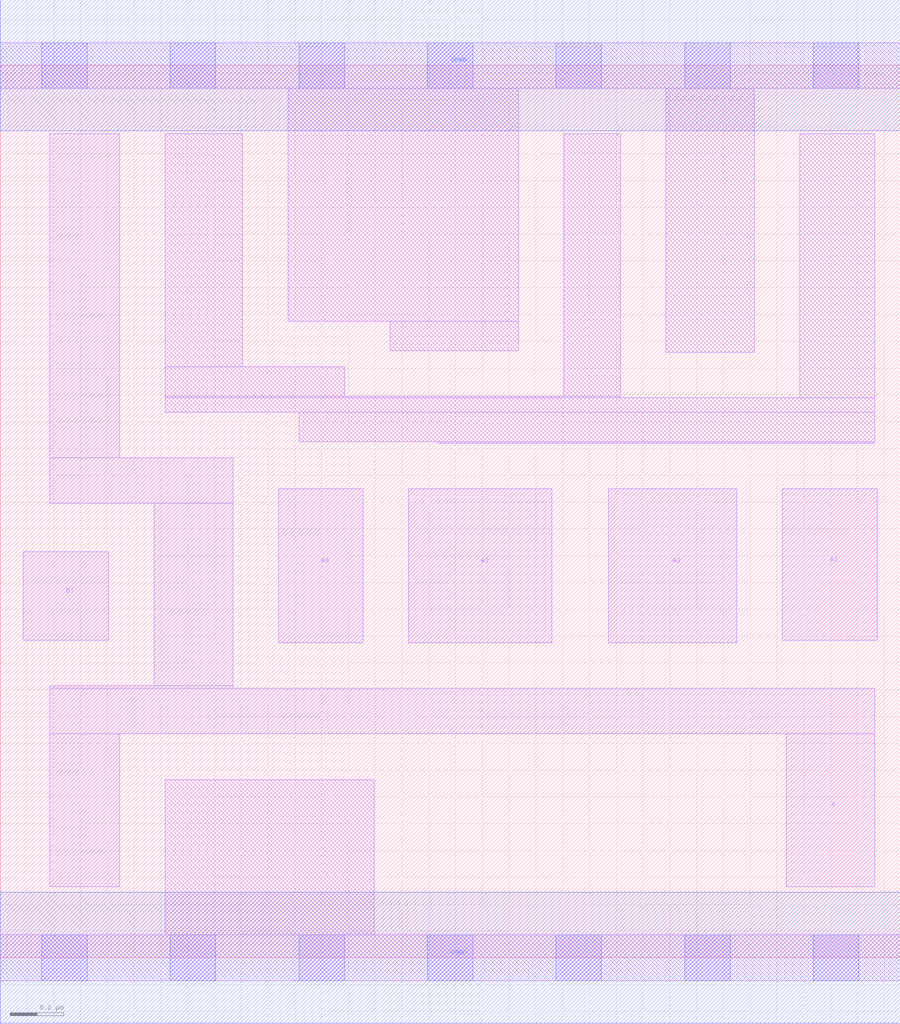
<source format=lef>
# Copyright 2020 The SkyWater PDK Authors
#
# Licensed under the Apache License, Version 2.0 (the "License");
# you may not use this file except in compliance with the License.
# You may obtain a copy of the License at
#
#     https://www.apache.org/licenses/LICENSE-2.0
#
# Unless required by applicable law or agreed to in writing, software
# distributed under the License is distributed on an "AS IS" BASIS,
# WITHOUT WARRANTIES OR CONDITIONS OF ANY KIND, either express or implied.
# See the License for the specific language governing permissions and
# limitations under the License.
#
# SPDX-License-Identifier: Apache-2.0

VERSION 5.7 ;
  NAMESCASESENSITIVE ON ;
  NOWIREEXTENSIONATPIN ON ;
  DIVIDERCHAR "/" ;
  BUSBITCHARS "[]" ;
UNITS
  DATABASE MICRONS 200 ;
END UNITS
MACRO sky130_fd_sc_lp__a41oi_1
  CLASS CORE ;
  SOURCE USER ;
  FOREIGN sky130_fd_sc_lp__a41oi_1 ;
  ORIGIN  0.000000  0.000000 ;
  SIZE  3.360000 BY  3.330000 ;
  SYMMETRY X Y R90 ;
  SITE unit ;
  PIN A1
    ANTENNAGATEAREA  0.315000 ;
    DIRECTION INPUT ;
    USE SIGNAL ;
    PORT
      LAYER li1 ;
        RECT 2.920000 1.185000 3.275000 1.750000 ;
    END
  END A1
  PIN A2
    ANTENNAGATEAREA  0.315000 ;
    DIRECTION INPUT ;
    USE SIGNAL ;
    PORT
      LAYER li1 ;
        RECT 2.270000 1.175000 2.750000 1.750000 ;
    END
  END A2
  PIN A3
    ANTENNAGATEAREA  0.315000 ;
    DIRECTION INPUT ;
    USE SIGNAL ;
    PORT
      LAYER li1 ;
        RECT 1.525000 1.175000 2.060000 1.750000 ;
    END
  END A3
  PIN A4
    ANTENNAGATEAREA  0.315000 ;
    DIRECTION INPUT ;
    USE SIGNAL ;
    PORT
      LAYER li1 ;
        RECT 1.040000 1.175000 1.355000 1.750000 ;
    END
  END A4
  PIN B1
    ANTENNAGATEAREA  0.315000 ;
    DIRECTION INPUT ;
    USE SIGNAL ;
    PORT
      LAYER li1 ;
        RECT 0.085000 1.185000 0.405000 1.515000 ;
    END
  END B1
  PIN Y
    ANTENNADIFFAREA  0.779100 ;
    DIRECTION OUTPUT ;
    USE SIGNAL ;
    PORT
      LAYER li1 ;
        RECT 0.185000 0.265000 0.445000 0.835000 ;
        RECT 0.185000 0.835000 3.265000 1.005000 ;
        RECT 0.185000 1.005000 0.870000 1.015000 ;
        RECT 0.185000 1.695000 0.870000 1.865000 ;
        RECT 0.185000 1.865000 0.445000 3.075000 ;
        RECT 0.575000 1.015000 0.870000 1.695000 ;
        RECT 2.935000 0.265000 3.265000 0.835000 ;
    END
  END Y
  PIN VGND
    DIRECTION INOUT ;
    USE GROUND ;
    PORT
      LAYER met1 ;
        RECT 0.000000 -0.245000 3.360000 0.245000 ;
    END
  END VGND
  PIN VPWR
    DIRECTION INOUT ;
    USE POWER ;
    PORT
      LAYER met1 ;
        RECT 0.000000 3.085000 3.360000 3.575000 ;
    END
  END VPWR
  OBS
    LAYER li1 ;
      RECT 0.000000 -0.085000 3.360000 0.085000 ;
      RECT 0.000000  3.245000 3.360000 3.415000 ;
      RECT 0.615000  0.085000 1.395000 0.665000 ;
      RECT 0.615000  2.035000 3.265000 2.090000 ;
      RECT 0.615000  2.090000 2.315000 2.095000 ;
      RECT 0.615000  2.095000 1.285000 2.205000 ;
      RECT 0.615000  2.205000 0.905000 3.075000 ;
      RECT 1.075000  2.375000 1.935000 3.245000 ;
      RECT 1.115000  1.925000 3.265000 2.035000 ;
      RECT 1.455000  2.265000 1.935000 2.375000 ;
      RECT 1.635000  1.920000 3.265000 1.925000 ;
      RECT 2.105000  2.095000 2.315000 3.075000 ;
      RECT 2.485000  2.260000 2.815000 3.245000 ;
      RECT 2.985000  2.090000 3.265000 3.075000 ;
    LAYER mcon ;
      RECT 0.155000 -0.085000 0.325000 0.085000 ;
      RECT 0.155000  3.245000 0.325000 3.415000 ;
      RECT 0.635000 -0.085000 0.805000 0.085000 ;
      RECT 0.635000  3.245000 0.805000 3.415000 ;
      RECT 1.115000 -0.085000 1.285000 0.085000 ;
      RECT 1.115000  3.245000 1.285000 3.415000 ;
      RECT 1.595000 -0.085000 1.765000 0.085000 ;
      RECT 1.595000  3.245000 1.765000 3.415000 ;
      RECT 2.075000 -0.085000 2.245000 0.085000 ;
      RECT 2.075000  3.245000 2.245000 3.415000 ;
      RECT 2.555000 -0.085000 2.725000 0.085000 ;
      RECT 2.555000  3.245000 2.725000 3.415000 ;
      RECT 3.035000 -0.085000 3.205000 0.085000 ;
      RECT 3.035000  3.245000 3.205000 3.415000 ;
  END
END sky130_fd_sc_lp__a41oi_1

</source>
